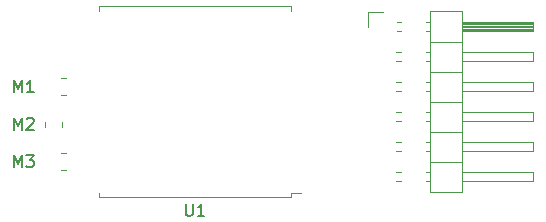
<source format=gbr>
%TF.GenerationSoftware,KiCad,Pcbnew,7.0.10*%
%TF.CreationDate,2024-01-17T19:42:08+01:00*%
%TF.ProjectId,RFM9xW_868,52464d39-7857-45f3-9836-382e6b696361,rev?*%
%TF.SameCoordinates,Original*%
%TF.FileFunction,Legend,Top*%
%TF.FilePolarity,Positive*%
%FSLAX46Y46*%
G04 Gerber Fmt 4.6, Leading zero omitted, Abs format (unit mm)*
G04 Created by KiCad (PCBNEW 7.0.10) date 2024-01-17 19:42:08*
%MOMM*%
%LPD*%
G01*
G04 APERTURE LIST*
%ADD10C,0.150000*%
%ADD11C,0.120000*%
G04 APERTURE END LIST*
D10*
X118570476Y-55064819D02*
X118570476Y-54064819D01*
X118570476Y-54064819D02*
X118903809Y-54779104D01*
X118903809Y-54779104D02*
X119237142Y-54064819D01*
X119237142Y-54064819D02*
X119237142Y-55064819D01*
X119618095Y-54064819D02*
X120237142Y-54064819D01*
X120237142Y-54064819D02*
X119903809Y-54445771D01*
X119903809Y-54445771D02*
X120046666Y-54445771D01*
X120046666Y-54445771D02*
X120141904Y-54493390D01*
X120141904Y-54493390D02*
X120189523Y-54541009D01*
X120189523Y-54541009D02*
X120237142Y-54636247D01*
X120237142Y-54636247D02*
X120237142Y-54874342D01*
X120237142Y-54874342D02*
X120189523Y-54969580D01*
X120189523Y-54969580D02*
X120141904Y-55017200D01*
X120141904Y-55017200D02*
X120046666Y-55064819D01*
X120046666Y-55064819D02*
X119760952Y-55064819D01*
X119760952Y-55064819D02*
X119665714Y-55017200D01*
X119665714Y-55017200D02*
X119618095Y-54969580D01*
X133128095Y-58184819D02*
X133128095Y-58994342D01*
X133128095Y-58994342D02*
X133175714Y-59089580D01*
X133175714Y-59089580D02*
X133223333Y-59137200D01*
X133223333Y-59137200D02*
X133318571Y-59184819D01*
X133318571Y-59184819D02*
X133509047Y-59184819D01*
X133509047Y-59184819D02*
X133604285Y-59137200D01*
X133604285Y-59137200D02*
X133651904Y-59089580D01*
X133651904Y-59089580D02*
X133699523Y-58994342D01*
X133699523Y-58994342D02*
X133699523Y-58184819D01*
X134699523Y-59184819D02*
X134128095Y-59184819D01*
X134413809Y-59184819D02*
X134413809Y-58184819D01*
X134413809Y-58184819D02*
X134318571Y-58327676D01*
X134318571Y-58327676D02*
X134223333Y-58422914D01*
X134223333Y-58422914D02*
X134128095Y-58470533D01*
X118570476Y-48714819D02*
X118570476Y-47714819D01*
X118570476Y-47714819D02*
X118903809Y-48429104D01*
X118903809Y-48429104D02*
X119237142Y-47714819D01*
X119237142Y-47714819D02*
X119237142Y-48714819D01*
X120237142Y-48714819D02*
X119665714Y-48714819D01*
X119951428Y-48714819D02*
X119951428Y-47714819D01*
X119951428Y-47714819D02*
X119856190Y-47857676D01*
X119856190Y-47857676D02*
X119760952Y-47952914D01*
X119760952Y-47952914D02*
X119665714Y-48000533D01*
X118570476Y-51889819D02*
X118570476Y-50889819D01*
X118570476Y-50889819D02*
X118903809Y-51604104D01*
X118903809Y-51604104D02*
X119237142Y-50889819D01*
X119237142Y-50889819D02*
X119237142Y-51889819D01*
X119665714Y-50985057D02*
X119713333Y-50937438D01*
X119713333Y-50937438D02*
X119808571Y-50889819D01*
X119808571Y-50889819D02*
X120046666Y-50889819D01*
X120046666Y-50889819D02*
X120141904Y-50937438D01*
X120141904Y-50937438D02*
X120189523Y-50985057D01*
X120189523Y-50985057D02*
X120237142Y-51080295D01*
X120237142Y-51080295D02*
X120237142Y-51175533D01*
X120237142Y-51175533D02*
X120189523Y-51318390D01*
X120189523Y-51318390D02*
X119618095Y-51889819D01*
X119618095Y-51889819D02*
X120237142Y-51889819D01*
D11*
%TO.C,J1*%
X148590000Y-41910000D02*
X149860000Y-41910000D01*
X148590000Y-43180000D02*
X148590000Y-41910000D01*
X150902929Y-45340000D02*
X151357071Y-45340000D01*
X150902929Y-46100000D02*
X151357071Y-46100000D01*
X150902929Y-47880000D02*
X151357071Y-47880000D01*
X150902929Y-48640000D02*
X151357071Y-48640000D01*
X150902929Y-50420000D02*
X151357071Y-50420000D01*
X150902929Y-51180000D02*
X151357071Y-51180000D01*
X150902929Y-52960000D02*
X151357071Y-52960000D01*
X150902929Y-53720000D02*
X151357071Y-53720000D01*
X150902929Y-55500000D02*
X151357071Y-55500000D01*
X150902929Y-56260000D02*
X151357071Y-56260000D01*
X150970000Y-42800000D02*
X151357071Y-42800000D01*
X150970000Y-43560000D02*
X151357071Y-43560000D01*
X153442929Y-42800000D02*
X153840000Y-42800000D01*
X153442929Y-43560000D02*
X153840000Y-43560000D01*
X153442929Y-45340000D02*
X153840000Y-45340000D01*
X153442929Y-46100000D02*
X153840000Y-46100000D01*
X153442929Y-47880000D02*
X153840000Y-47880000D01*
X153442929Y-48640000D02*
X153840000Y-48640000D01*
X153442929Y-50420000D02*
X153840000Y-50420000D01*
X153442929Y-51180000D02*
X153840000Y-51180000D01*
X153442929Y-52960000D02*
X153840000Y-52960000D01*
X153442929Y-53720000D02*
X153840000Y-53720000D01*
X153442929Y-55500000D02*
X153840000Y-55500000D01*
X153442929Y-56260000D02*
X153840000Y-56260000D01*
X153840000Y-41850000D02*
X153840000Y-57210000D01*
X153840000Y-44450000D02*
X156500000Y-44450000D01*
X153840000Y-46990000D02*
X156500000Y-46990000D01*
X153840000Y-49530000D02*
X156500000Y-49530000D01*
X153840000Y-52070000D02*
X156500000Y-52070000D01*
X153840000Y-54610000D02*
X156500000Y-54610000D01*
X153840000Y-57210000D02*
X156500000Y-57210000D01*
X156500000Y-41850000D02*
X153840000Y-41850000D01*
X156500000Y-42800000D02*
X162500000Y-42800000D01*
X156500000Y-42860000D02*
X162500000Y-42860000D01*
X156500000Y-42980000D02*
X162500000Y-42980000D01*
X156500000Y-43100000D02*
X162500000Y-43100000D01*
X156500000Y-43220000D02*
X162500000Y-43220000D01*
X156500000Y-43340000D02*
X162500000Y-43340000D01*
X156500000Y-43460000D02*
X162500000Y-43460000D01*
X156500000Y-45340000D02*
X162500000Y-45340000D01*
X156500000Y-47880000D02*
X162500000Y-47880000D01*
X156500000Y-50420000D02*
X162500000Y-50420000D01*
X156500000Y-52960000D02*
X162500000Y-52960000D01*
X156500000Y-55500000D02*
X162500000Y-55500000D01*
X156500000Y-57210000D02*
X156500000Y-41850000D01*
X162500000Y-42800000D02*
X162500000Y-43560000D01*
X162500000Y-43560000D02*
X156500000Y-43560000D01*
X162500000Y-45340000D02*
X162500000Y-46100000D01*
X162500000Y-46100000D02*
X156500000Y-46100000D01*
X162500000Y-47880000D02*
X162500000Y-48640000D01*
X162500000Y-48640000D02*
X156500000Y-48640000D01*
X162500000Y-50420000D02*
X162500000Y-51180000D01*
X162500000Y-51180000D02*
X156500000Y-51180000D01*
X162500000Y-52960000D02*
X162500000Y-53720000D01*
X162500000Y-53720000D02*
X156500000Y-53720000D01*
X162500000Y-55500000D02*
X162500000Y-56260000D01*
X162500000Y-56260000D02*
X156500000Y-56260000D01*
%TO.C,M3*%
X122517936Y-53875000D02*
X122972064Y-53875000D01*
X122517936Y-55345000D02*
X122972064Y-55345000D01*
%TO.C,U1*%
X141990000Y-57630000D02*
X141990000Y-57280000D01*
X141990000Y-57630000D02*
X125790000Y-57630000D01*
X141990000Y-57280000D02*
X142890000Y-57280000D01*
X141990000Y-41830000D02*
X141990000Y-41430000D01*
X141990000Y-41430000D02*
X125790000Y-41430000D01*
X125790000Y-57630000D02*
X125790000Y-57230000D01*
X125790000Y-41430000D02*
X125790000Y-41830000D01*
%TO.C,M1*%
X122517936Y-47525000D02*
X122972064Y-47525000D01*
X122517936Y-48995000D02*
X122972064Y-48995000D01*
%TO.C,M2*%
X122655000Y-51207936D02*
X122655000Y-51662064D01*
X121185000Y-51207936D02*
X121185000Y-51662064D01*
%TD*%
M02*

</source>
